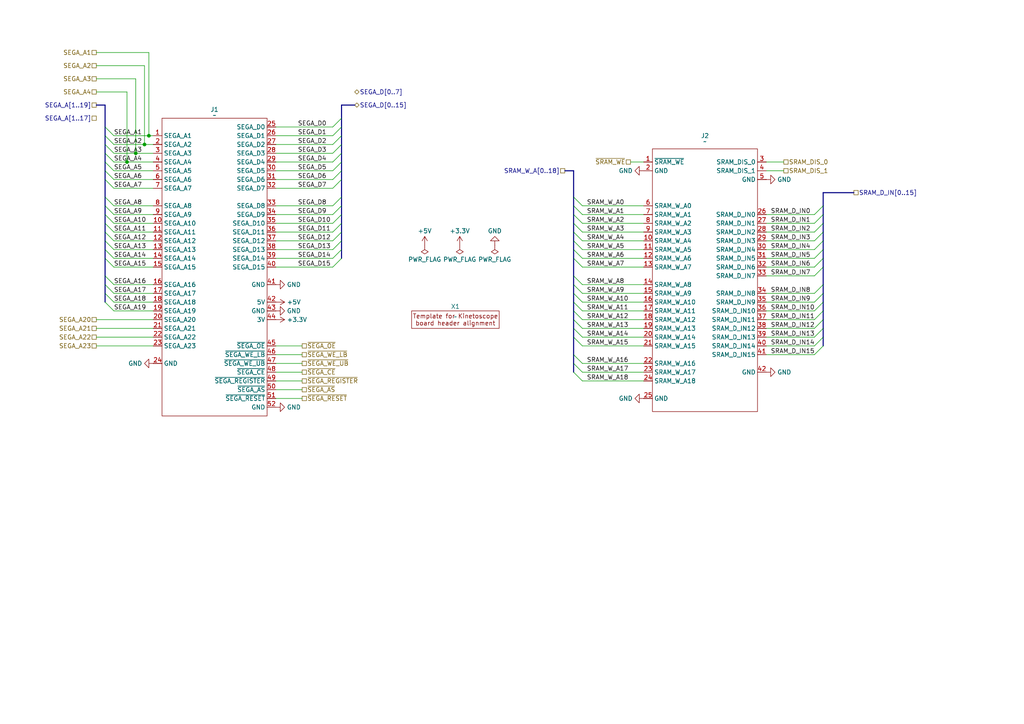
<source format=kicad_sch>
(kicad_sch (version 20250114) (generator "eeschema") (generator_version "9.0")
  (paper "A4")
  (title_block (title "Kinetoscope header connected to buses"))
  (lib_symbols
    (symbol "kinetoscope-cart-header:kinetoscope-cart-header-a"
      (property "Reference" "J" (at 0 1.27 0))
      (symbol "kinetoscope-cart-header-a_1_1"
        (rectangle (start -15.24 0) (end 15.24 -86.36))
        (pin passive line (at -17.78 -5.08 0) (length 2.54) (name "SEGA_A1") (number "1"))
        (pin passive line (at -17.78 -7.62 0) (length 2.54) (name "SEGA_A2") (number "2"))
        (pin passive line (at -17.78 -10.16 0) (length 2.54) (name "SEGA_A3") (number "3"))
        (pin passive line (at -17.78 -12.7 0) (length 2.54) (name "SEGA_A4") (number "4"))
        (pin passive line (at -17.78 -15.24 0) (length 2.54) (name "SEGA_A5") (number "5"))
        (pin passive line (at -17.78 -17.78 0) (length 2.54) (name "SEGA_A6") (number "6"))
        (pin passive line (at -17.78 -20.32 0) (length 2.54) (name "SEGA_A7") (number "7"))
        (pin passive line (at -17.78 -25.4 0) (length 2.54) (name "SEGA_A8") (number "8"))
        (pin passive line (at -17.78 -27.94 0) (length 2.54) (name "SEGA_A9") (number "9"))
        (pin passive line (at -17.78 -30.48 0) (length 2.54) (name "SEGA_A10") (number "10"))
        (pin passive line (at -17.78 -33.02 0) (length 2.54) (name "SEGA_A11") (number "11"))
        (pin passive line (at -17.78 -35.56 0) (length 2.54) (name "SEGA_A12") (number "12"))
        (pin passive line (at -17.78 -38.1 0) (length 2.54) (name "SEGA_A13") (number "13"))
        (pin passive line (at -17.78 -40.64 0) (length 2.54) (name "SEGA_A14") (number "14"))
        (pin passive line (at -17.78 -43.18 0) (length 2.54) (name "SEGA_A15") (number "15"))
        (pin passive line (at -17.78 -48.26 0) (length 2.54) (name "SEGA_A16") (number "16"))
        (pin passive line (at -17.78 -50.8 0) (length 2.54) (name "SEGA_A17") (number "17"))
        (pin passive line (at -17.78 -53.34 0) (length 2.54) (name "SEGA_A18") (number "18"))
        (pin passive line (at -17.78 -55.88 0) (length 2.54) (name "SEGA_A19") (number "19"))
        (pin passive line (at -17.78 -58.42 0) (length 2.54) (name "SEGA_A20") (number "20"))
        (pin passive line (at -17.78 -60.96 0) (length 2.54) (name "SEGA_A21") (number "21"))
        (pin passive line (at -17.78 -63.5 0) (length 2.54) (name "SEGA_A22") (number "22"))
        (pin passive line (at -17.78 -66.04 0) (length 2.54) (name "SEGA_A23") (number "23"))
        (pin passive line (at -17.78 -71.12 0) (length 2.54) (name "GND") (number "24"))
        (pin passive line (at 17.78 -2.54 180) (length 2.54) (name "SEGA_D0") (number "25"))
        (pin passive line (at 17.78 -5.08 180) (length 2.54) (name "SEGA_D1") (number "26"))
        (pin passive line (at 17.78 -7.62 180) (length 2.54) (name "SEGA_D2") (number "27"))
        (pin passive line (at 17.78 -10.16 180) (length 2.54) (name "SEGA_D3") (number "28"))
        (pin passive line (at 17.78 -12.7 180) (length 2.54) (name "SEGA_D4") (number "29"))
        (pin passive line (at 17.78 -15.24 180) (length 2.54) (name "SEGA_D5") (number "30"))
        (pin passive line (at 17.78 -17.78 180) (length 2.54) (name "SEGA_D6") (number "31"))
        (pin passive line (at 17.78 -20.32 180) (length 2.54) (name "SEGA_D7") (number "32"))
        (pin passive line (at 17.78 -25.4 180) (length 2.54) (name "SEGA_D8") (number "33"))
        (pin passive line (at 17.78 -27.94 180) (length 2.54) (name "SEGA_D9") (number "34"))
        (pin passive line (at 17.78 -30.48 180) (length 2.54) (name "SEGA_D10") (number "35"))
        (pin passive line (at 17.78 -33.02 180) (length 2.54) (name "SEGA_D11") (number "36"))
        (pin passive line (at 17.78 -35.56 180) (length 2.54) (name "SEGA_D12") (number "37"))
        (pin passive line (at 17.78 -38.1 180) (length 2.54) (name "SEGA_D13") (number "38"))
        (pin passive line (at 17.78 -40.64 180) (length 2.54) (name "SEGA_D14") (number "39"))
        (pin passive line (at 17.78 -43.18 180) (length 2.54) (name "SEGA_D15") (number "40"))
        (pin passive line (at 17.78 -48.26 180) (length 2.54) (name "GND") (number "41"))
        (pin passive line (at 17.78 -53.34 180) (length 2.54) (name "5V") (number "42"))
        (pin passive line (at 17.78 -55.88 180) (length 2.54) (name "GND") (number "43"))
        (pin passive line (at 17.78 -58.42 180) (length 2.54) (name "3V") (number "44"))
        (pin passive line (at 17.78 -66.04 180) (length 2.54) (name "~{SEGA_OE}") (number "45"))
        (pin passive line (at 17.78 -68.58 180) (length 2.54) (name "~{SEGA_WE_LB}") (number "46"))
        (pin passive line (at 17.78 -71.12 180) (length 2.54) (name "~{SEGA_WE_UB}") (number "47"))
        (pin passive line (at 17.78 -73.66 180) (length 2.54) (name "~{SEGA_CE}") (number "48"))
        (pin passive line (at 17.78 -76.2 180) (length 2.54) (name "~{SEGA_REGISTER}") (number "49"))
        (pin passive line (at 17.78 -78.74 180) (length 2.54) (name "~{SEGA_AS}") (number "50"))
        (pin passive line (at 17.78 -81.28 180) (length 2.54) (name "~{SEGA_RESET}") (number "51"))
        (pin passive line (at 17.78 -83.82 180) (length 2.54) (name "GND") (number "52"))
      )
    )
    (symbol "kinetoscope-cart-header:kinetoscope-cart-header-b"
      (property "Reference" "J" (at 0 1.27 0))
      (symbol "kinetoscope-cart-header-b_1_1"
        (rectangle (start -15.24 -1.27) (end 15.24 -77.47))
        (pin passive line (at -17.78 -5.08 0) (length 2.54) (name "~{SRAM_WE}") (number "1"))
        (pin passive line (at -17.78 -7.62 0) (length 2.54) (name "GND") (number "2"))
        (pin passive line (at -17.78 -17.78 0) (length 2.54) (name "SRAM_W_A0") (number "6"))
        (pin passive line (at -17.78 -20.32 0) (length 2.54) (name "SRAM_W_A1") (number "7"))
        (pin passive line (at -17.78 -22.86 0) (length 2.54) (name "SRAM_W_A2") (number "8"))
        (pin passive line (at -17.78 -25.4 0) (length 2.54) (name "SRAM_W_A3") (number "9"))
        (pin passive line (at -17.78 -27.94 0) (length 2.54) (name "SRAM_W_A4") (number "10"))
        (pin passive line (at -17.78 -30.48 0) (length 2.54) (name "SRAM_W_A5") (number "11"))
        (pin passive line (at -17.78 -33.02 0) (length 2.54) (name "SRAM_W_A6") (number "12"))
        (pin passive line (at -17.78 -35.56 0) (length 2.54) (name "SRAM_W_A7") (number "13"))
        (pin passive line (at -17.78 -40.64 0) (length 2.54) (name "SRAM_W_A8") (number "14"))
        (pin passive line (at -17.78 -43.18 0) (length 2.54) (name "SRAM_W_A9") (number "15"))
        (pin passive line (at -17.78 -45.72 0) (length 2.54) (name "SRAM_W_A10") (number "16"))
        (pin passive line (at -17.78 -48.26 0) (length 2.54) (name "SRAM_W_A11") (number "17"))
        (pin passive line (at -17.78 -50.8 0) (length 2.54) (name "SRAM_W_A12") (number "18"))
        (pin passive line (at -17.78 -53.34 0) (length 2.54) (name "SRAM_W_A13") (number "19"))
        (pin passive line (at -17.78 -55.88 0) (length 2.54) (name "SRAM_W_A14") (number "20"))
        (pin passive line (at -17.78 -58.42 0) (length 2.54) (name "SRAM_W_A15") (number "21"))
        (pin passive line (at -17.78 -63.5 0) (length 2.54) (name "SRAM_W_A16") (number "22"))
        (pin passive line (at -17.78 -66.04 0) (length 2.54) (name "SRAM_W_A17") (number "23"))
        (pin passive line (at -17.78 -68.58 0) (length 2.54) (name "SRAM_W_A18") (number "24"))
        (pin passive line (at -17.78 -73.66 0) (length 2.54) (name "GND") (number "25"))
        (pin passive line (at 17.78 -5.08 180) (length 2.54) (name "SRAM_DIS_0") (number "3"))
        (pin passive line (at 17.78 -7.62 180) (length 2.54) (name "SRAM_DIS_1") (number "4"))
        (pin passive line (at 17.78 -10.16 180) (length 2.54) (name "GND") (number "5"))
        (pin bidirectional line (at 17.78 -20.32 180) (length 2.54) (name "SRAM_D_IN0") (number "26"))
        (pin bidirectional line (at 17.78 -22.86 180) (length 2.54) (name "SRAM_D_IN1") (number "27"))
        (pin bidirectional line (at 17.78 -25.4 180) (length 2.54) (name "SRAM_D_IN2") (number "28"))
        (pin bidirectional line (at 17.78 -27.94 180) (length 2.54) (name "SRAM_D_IN3") (number "29"))
        (pin bidirectional line (at 17.78 -30.48 180) (length 2.54) (name "SRAM_D_IN4") (number "30"))
        (pin bidirectional line (at 17.78 -33.02 180) (length 2.54) (name "SRAM_D_IN5") (number "31"))
        (pin bidirectional line (at 17.78 -35.56 180) (length 2.54) (name "SRAM_D_IN6") (number "32"))
        (pin bidirectional line (at 17.78 -38.1 180) (length 2.54) (name "SRAM_D_IN7") (number "33"))
        (pin bidirectional line (at 17.78 -43.18 180) (length 2.54) (name "SRAM_D_IN8") (number "34"))
        (pin bidirectional line (at 17.78 -45.72 180) (length 2.54) (name "SRAM_D_IN9") (number "35"))
        (pin bidirectional line (at 17.78 -48.26 180) (length 2.54) (name "SRAM_D_IN10") (number "36"))
        (pin bidirectional line (at 17.78 -50.8 180) (length 2.54) (name "SRAM_D_IN11") (number "37"))
        (pin bidirectional line (at 17.78 -53.34 180) (length 2.54) (name "SRAM_D_IN12") (number "38"))
        (pin bidirectional line (at 17.78 -55.88 180) (length 2.54) (name "SRAM_D_IN13") (number "39"))
        (pin bidirectional line (at 17.78 -58.42 180) (length 2.54) (name "SRAM_D_IN14") (number "40"))
        (pin bidirectional line (at 17.78 -60.96 180) (length 2.54) (name "SRAM_D_IN15") (number "41"))
        (pin passive line (at 17.78 -66.04 180) (length 2.54) (name "GND") (number "42"))
      )
    )
    (symbol "kinetoscope-cart-header:kinetoscope-cart-template" (in_bom no)
      (property "Reference" "X" (at 0 -5.08 0))
      (symbol "kinetoscope-cart-template_0_1"
        (rectangle (start 12.7 -3.81) (end -12.7 1.27))
      )
      (symbol "kinetoscope-cart-template_1_1"
        (text "Template for Kinetoscope\nboard header alignment" (at 0 -1.27 0) (effects (font (size 1.27 1.27))))
      )
    )
    (symbol "power:+3.3V" (power) (pin_numbers (hide yes)) (pin_names (offset 0) (hide yes))
      (property "Value" "+3.3V" (at 0 3.556 0))
      (symbol "+3.3V_0_1"
        (polyline (pts (xy -0.762 1.27) (xy 0 2.54)))
        (polyline (pts (xy 0 2.54) (xy 0.762 1.27)))
        (polyline (pts (xy 0 0) (xy 0 2.54)))
      )
      (symbol "+3.3V_1_1"
        (pin power_in line (at 0 0 90) (length 0) (name "~") (number "1"))
      )
    )
    (symbol "power:+5V" (power) (pin_numbers (hide yes)) (pin_names (offset 0) (hide yes))
      (property "Value" "+5V" (at 0 3.556 0))
      (symbol "+5V_0_1"
        (polyline (pts (xy -0.762 1.27) (xy 0 2.54)))
        (polyline (pts (xy 0 2.54) (xy 0.762 1.27)))
        (polyline (pts (xy 0 0) (xy 0 2.54)))
      )
      (symbol "+5V_1_1"
        (pin power_in line (at 0 0 90) (length 0) (name "~") (number "1"))
      )
    )
    (symbol "power:GND" (power) (pin_numbers (hide yes)) (pin_names (offset 0) (hide yes))
      (property "Value" "GND" (at 0 -3.81 0))
      (symbol "GND_0_1"
        (polyline (pts (xy 0 0) (xy 0 -1.27) (xy 1.27 -1.27) (xy 0 -2.54) (xy -1.27 -1.27) (xy 0 -1.27)))
      )
      (symbol "GND_1_1"
        (pin power_in line (at 0 0 270) (length 0) (name "~") (number "1"))
      )
    )
    (symbol "power:PWR_FLAG" (power) (pin_numbers (hide yes)) (pin_names (offset 0) (hide yes))
      (property "Value" "PWR_FLAG" (at 0 3.81 0))
      (symbol "PWR_FLAG_0_0"
        (pin power_out line (at 0 0 90) (length 0) (name "~") (number "1"))
      )
      (symbol "PWR_FLAG_0_1"
        (polyline (pts (xy 0 0) (xy 0 1.27) (xy -1.016 1.905) (xy 0 2.54) (xy 1.016 1.905) (xy 0 1.27)))
      )
    )
  )
  (junction (at 43.18 39.37))
  (junction (at 41.91 41.91))
  (junction (at 39.37 44.45))
  (junction (at 36.83 46.99))
  (bus_entry (at 30.48 74.93) (size 2.54 2.54))
  (bus_entry (at 99.06 34.29) (size -2.54 2.54))
  (bus_entry (at 99.06 46.99) (size -2.54 2.54))
  (bus_entry (at 238.76 95.25) (size -2.54 2.54))
  (bus_entry (at 99.06 41.91) (size -2.54 2.54))
  (bus_entry (at 30.48 46.99) (size 2.54 2.54))
  (bus_entry (at 166.37 97.79) (size 2.54 2.54))
  (bus_entry (at 99.06 59.69) (size -2.54 2.54))
  (bus_entry (at 30.48 62.23) (size 2.54 2.54))
  (bus_entry (at 99.06 64.77) (size -2.54 2.54))
  (bus_entry (at 99.06 44.45) (size -2.54 2.54))
  (bus_entry (at 30.48 52.07) (size 2.54 2.54))
  (bus_entry (at 99.06 36.83) (size -2.54 2.54))
  (bus_entry (at 30.48 44.45) (size 2.54 2.54))
  (bus_entry (at 166.37 105.41) (size 2.54 2.54))
  (bus_entry (at 238.76 97.79) (size -2.54 2.54))
  (bus_entry (at 166.37 59.69) (size 2.54 2.54))
  (bus_entry (at 238.76 90.17) (size -2.54 2.54))
  (bus_entry (at 30.48 87.63) (size 2.54 2.54))
  (bus_entry (at 30.48 36.83) (size 2.54 2.54))
  (bus_entry (at 99.06 72.39) (size -2.54 2.54))
  (bus_entry (at 99.06 67.31) (size -2.54 2.54))
  (bus_entry (at 99.06 74.93) (size -2.54 2.54))
  (bus_entry (at 238.76 59.69) (size -2.54 2.54))
  (bus_entry (at 166.37 57.15) (size 2.54 2.54))
  (bus_entry (at 99.06 57.15) (size -2.54 2.54))
  (bus_entry (at 99.06 62.23) (size -2.54 2.54))
  (bus_entry (at 30.48 72.39) (size 2.54 2.54))
  (bus_entry (at 238.76 67.31) (size -2.54 2.54))
  (bus_entry (at 238.76 85.09) (size -2.54 2.54))
  (bus_entry (at 238.76 87.63) (size -2.54 2.54))
  (bus_entry (at 166.37 64.77) (size 2.54 2.54))
  (bus_entry (at 238.76 77.47) (size -2.54 2.54))
  (bus_entry (at 166.37 69.85) (size 2.54 2.54))
  (bus_entry (at 166.37 80.01) (size 2.54 2.54))
  (bus_entry (at 30.48 39.37) (size 2.54 2.54))
  (bus_entry (at 166.37 107.95) (size 2.54 2.54))
  (bus_entry (at 238.76 72.39) (size -2.54 2.54))
  (bus_entry (at 30.48 49.53) (size 2.54 2.54))
  (bus_entry (at 238.76 82.55) (size -2.54 2.54))
  (bus_entry (at 30.48 85.09) (size 2.54 2.54))
  (bus_entry (at 30.48 69.85) (size 2.54 2.54))
  (bus_entry (at 166.37 85.09) (size 2.54 2.54))
  (bus_entry (at 30.48 80.01) (size 2.54 2.54))
  (bus_entry (at 238.76 74.93) (size -2.54 2.54))
  (bus_entry (at 166.37 72.39) (size 2.54 2.54))
  (bus_entry (at 238.76 100.33) (size -2.54 2.54))
  (bus_entry (at 99.06 39.37) (size -2.54 2.54))
  (bus_entry (at 166.37 102.87) (size 2.54 2.54))
  (bus_entry (at 166.37 62.23) (size 2.54 2.54))
  (bus_entry (at 30.48 82.55) (size 2.54 2.54))
  (bus_entry (at 166.37 67.31) (size 2.54 2.54))
  (bus_entry (at 30.48 64.77) (size 2.54 2.54))
  (bus_entry (at 238.76 69.85) (size -2.54 2.54))
  (bus_entry (at 166.37 92.71) (size 2.54 2.54))
  (bus_entry (at 166.37 74.93) (size 2.54 2.54))
  (bus_entry (at 238.76 64.77) (size -2.54 2.54))
  (bus_entry (at 30.48 41.91) (size 2.54 2.54))
  (bus_entry (at 30.48 59.69) (size 2.54 2.54))
  (bus_entry (at 30.48 67.31) (size 2.54 2.54))
  (bus_entry (at 99.06 69.85) (size -2.54 2.54))
  (bus_entry (at 238.76 92.71) (size -2.54 2.54))
  (bus_entry (at 166.37 90.17) (size 2.54 2.54))
  (bus_entry (at 30.48 57.15) (size 2.54 2.54))
  (bus_entry (at 166.37 95.25) (size 2.54 2.54))
  (bus_entry (at 166.37 87.63) (size 2.54 2.54))
  (bus_entry (at 99.06 52.07) (size -2.54 2.54))
  (bus_entry (at 238.76 62.23) (size -2.54 2.54))
  (bus_entry (at 99.06 49.53) (size -2.54 2.54))
  (bus_entry (at 166.37 82.55) (size 2.54 2.54))
  (wire (pts (xy 33.02 87.63) (xy 44.45 87.63)))
  (bus (pts (xy 99.06 64.77) (xy 99.06 67.31)))
  (wire (pts (xy 222.25 95.25) (xy 236.22 95.25)))
  (bus (pts (xy 99.06 59.69) (xy 99.06 62.23)))
  (bus (pts (xy 30.48 59.69) (xy 30.48 62.23)))
  (bus (pts (xy 30.48 52.07) (xy 30.48 57.15)))
  (wire (pts (xy 168.91 59.69) (xy 186.69 59.69)))
  (wire (pts (xy 33.02 49.53) (xy 44.45 49.53)))
  (wire (pts (xy 33.02 52.07) (xy 44.45 52.07)))
  (bus (pts (xy 99.06 52.07) (xy 99.06 57.15)))
  (bus (pts (xy 238.76 59.69) (xy 238.76 55.88)))
  (bus (pts (xy 30.48 85.09) (xy 30.48 87.63)))
  (wire (pts (xy 33.02 41.91) (xy 41.91 41.91)))
  (bus (pts (xy 166.37 80.01) (xy 166.37 82.55)))
  (wire (pts (xy 80.01 39.37) (xy 96.52 39.37)))
  (wire (pts (xy 222.25 49.53) (xy 227.33 49.53)))
  (wire (pts (xy 80.01 62.23) (xy 96.52 62.23)))
  (wire (pts (xy 33.02 67.31) (xy 44.45 67.31)))
  (bus (pts (xy 166.37 87.63) (xy 166.37 90.17)))
  (bus (pts (xy 166.37 82.55) (xy 166.37 85.09)))
  (wire (pts (xy 168.91 100.33) (xy 186.69 100.33)))
  (wire (pts (xy 168.91 67.31) (xy 186.69 67.31)))
  (wire (pts (xy 43.18 15.24) (xy 43.18 39.37)))
  (bus (pts (xy 30.48 67.31) (xy 30.48 69.85)))
  (wire (pts (xy 80.01 41.91) (xy 96.52 41.91)))
  (bus (pts (xy 30.48 39.37) (xy 30.48 41.91)))
  (wire (pts (xy 41.91 41.91) (xy 44.45 41.91)))
  (bus (pts (xy 238.76 77.47) (xy 238.76 74.93)))
  (wire (pts (xy 36.83 46.99) (xy 44.45 46.99)))
  (bus (pts (xy 166.37 105.41) (xy 166.37 107.95)))
  (wire (pts (xy 80.01 69.85) (xy 96.52 69.85)))
  (wire (pts (xy 80.01 74.93) (xy 96.52 74.93)))
  (wire (pts (xy 222.25 67.31) (xy 236.22 67.31)))
  (bus (pts (xy 166.37 85.09) (xy 166.37 87.63)))
  (wire (pts (xy 33.02 77.47) (xy 44.45 77.47)))
  (wire (pts (xy 168.91 77.47) (xy 186.69 77.47)))
  (wire (pts (xy 80.01 107.95) (xy 87.63 107.95)))
  (wire (pts (xy 43.18 39.37) (xy 44.45 39.37)))
  (wire (pts (xy 222.25 72.39) (xy 236.22 72.39)))
  (wire (pts (xy 80.01 110.49) (xy 87.63 110.49)))
  (bus (pts (xy 102.87 30.48) (xy 99.06 30.48)))
  (bus (pts (xy 99.06 67.31) (xy 99.06 69.85)))
  (wire (pts (xy 27.94 22.86) (xy 39.37 22.86)))
  (bus (pts (xy 30.48 72.39) (xy 30.48 74.93)))
  (wire (pts (xy 168.91 92.71) (xy 186.69 92.71)))
  (bus (pts (xy 238.76 100.33) (xy 238.76 97.79)))
  (wire (pts (xy 222.25 87.63) (xy 236.22 87.63)))
  (bus (pts (xy 99.06 46.99) (xy 99.06 49.53)))
  (bus (pts (xy 30.48 74.93) (xy 30.48 80.01)))
  (bus (pts (xy 99.06 41.91) (xy 99.06 44.45)))
  (bus (pts (xy 238.76 92.71) (xy 238.76 90.17)))
  (wire (pts (xy 168.91 105.41) (xy 186.69 105.41)))
  (wire (pts (xy 27.94 95.25) (xy 44.45 95.25)))
  (wire (pts (xy 36.83 26.67) (xy 36.83 46.99)))
  (bus (pts (xy 99.06 36.83) (xy 99.06 39.37)))
  (bus (pts (xy 30.48 44.45) (xy 30.48 46.99)))
  (wire (pts (xy 27.94 97.79) (xy 44.45 97.79)))
  (bus (pts (xy 30.48 41.91) (xy 30.48 44.45)))
  (wire (pts (xy 168.91 82.55) (xy 186.69 82.55)))
  (wire (pts (xy 168.91 107.95) (xy 186.69 107.95)))
  (bus (pts (xy 238.76 90.17) (xy 238.76 87.63)))
  (wire (pts (xy 80.01 36.83) (xy 96.52 36.83)))
  (wire (pts (xy 168.91 62.23) (xy 186.69 62.23)))
  (wire (pts (xy 80.01 115.57) (xy 87.63 115.57)))
  (bus (pts (xy 166.37 97.79) (xy 166.37 102.87)))
  (wire (pts (xy 27.94 92.71) (xy 44.45 92.71)))
  (bus (pts (xy 238.76 67.31) (xy 238.76 64.77)))
  (bus (pts (xy 238.76 82.55) (xy 238.76 77.47)))
  (wire (pts (xy 80.01 100.33) (xy 87.63 100.33)))
  (wire (pts (xy 222.25 64.77) (xy 236.22 64.77)))
  (bus (pts (xy 166.37 72.39) (xy 166.37 74.93)))
  (wire (pts (xy 80.01 67.31) (xy 96.52 67.31)))
  (wire (pts (xy 33.02 64.77) (xy 44.45 64.77)))
  (bus (pts (xy 238.76 95.25) (xy 238.76 92.71)))
  (bus (pts (xy 30.48 80.01) (xy 30.48 82.55)))
  (wire (pts (xy 80.01 54.61) (xy 96.52 54.61)))
  (bus (pts (xy 166.37 74.93) (xy 166.37 80.01)))
  (bus (pts (xy 238.76 87.63) (xy 238.76 85.09)))
  (wire (pts (xy 80.01 102.87) (xy 87.63 102.87)))
  (bus (pts (xy 238.76 69.85) (xy 238.76 67.31)))
  (bus (pts (xy 27.94 30.48) (xy 30.48 30.48)))
  (bus (pts (xy 99.06 44.45) (xy 99.06 46.99)))
  (bus (pts (xy 166.37 95.25) (xy 166.37 97.79)))
  (wire (pts (xy 33.02 72.39) (xy 44.45 72.39)))
  (bus (pts (xy 166.37 62.23) (xy 166.37 64.77)))
  (wire (pts (xy 222.25 69.85) (xy 236.22 69.85)))
  (bus (pts (xy 30.48 64.77) (xy 30.48 67.31)))
  (bus (pts (xy 30.48 36.83) (xy 30.48 39.37)))
  (wire (pts (xy 33.02 59.69) (xy 44.45 59.69)))
  (wire (pts (xy 33.02 74.93) (xy 44.45 74.93)))
  (bus (pts (xy 163.83 49.53) (xy 166.37 49.53)))
  (wire (pts (xy 168.91 85.09) (xy 186.69 85.09)))
  (wire (pts (xy 80.01 77.47) (xy 96.52 77.47)))
  (wire (pts (xy 168.91 72.39) (xy 186.69 72.39)))
  (wire (pts (xy 168.91 95.25) (xy 186.69 95.25)))
  (wire (pts (xy 168.91 97.79) (xy 186.69 97.79)))
  (wire (pts (xy 27.94 26.67) (xy 36.83 26.67)))
  (wire (pts (xy 33.02 46.99) (xy 36.83 46.99)))
  (wire (pts (xy 33.02 90.17) (xy 44.45 90.17)))
  (wire (pts (xy 168.91 87.63) (xy 186.69 87.63)))
  (wire (pts (xy 80.01 113.03) (xy 87.63 113.03)))
  (bus (pts (xy 166.37 69.85) (xy 166.37 72.39)))
  (wire (pts (xy 168.91 74.93) (xy 186.69 74.93)))
  (bus (pts (xy 30.48 30.48) (xy 30.48 36.83)))
  (wire (pts (xy 80.01 44.45) (xy 96.52 44.45)))
  (bus (pts (xy 166.37 67.31) (xy 166.37 69.85)))
  (bus (pts (xy 30.48 49.53) (xy 30.48 52.07)))
  (bus (pts (xy 238.76 55.88) (xy 247.65 55.88)))
  (wire (pts (xy 80.01 64.77) (xy 96.52 64.77)))
  (bus (pts (xy 238.76 97.79) (xy 238.76 95.25)))
  (wire (pts (xy 27.94 100.33) (xy 44.45 100.33)))
  (bus (pts (xy 166.37 90.17) (xy 166.37 92.71)))
  (bus (pts (xy 166.37 102.87) (xy 166.37 105.41)))
  (wire (pts (xy 33.02 54.61) (xy 44.45 54.61)))
  (wire (pts (xy 222.25 90.17) (xy 236.22 90.17)))
  (wire (pts (xy 41.91 19.05) (xy 41.91 41.91)))
  (bus (pts (xy 238.76 62.23) (xy 238.76 59.69)))
  (bus (pts (xy 30.48 57.15) (xy 30.48 59.69)))
  (wire (pts (xy 182.88 46.99) (xy 186.69 46.99)))
  (bus (pts (xy 99.06 49.53) (xy 99.06 52.07)))
  (wire (pts (xy 39.37 22.86) (xy 39.37 44.45)))
  (wire (pts (xy 80.01 46.99) (xy 96.52 46.99)))
  (wire (pts (xy 222.25 74.93) (xy 236.22 74.93)))
  (wire (pts (xy 222.25 77.47) (xy 236.22 77.47)))
  (wire (pts (xy 33.02 85.09) (xy 44.45 85.09)))
  (wire (pts (xy 33.02 44.45) (xy 39.37 44.45)))
  (bus (pts (xy 99.06 57.15) (xy 99.06 59.69)))
  (wire (pts (xy 222.25 102.87) (xy 236.22 102.87)))
  (wire (pts (xy 222.25 80.01) (xy 236.22 80.01)))
  (bus (pts (xy 99.06 72.39) (xy 99.06 74.93)))
  (bus (pts (xy 238.76 64.77) (xy 238.76 62.23)))
  (bus (pts (xy 99.06 62.23) (xy 99.06 64.77)))
  (bus (pts (xy 30.48 46.99) (xy 30.48 49.53)))
  (bus (pts (xy 99.06 69.85) (xy 99.06 72.39)))
  (bus (pts (xy 30.48 69.85) (xy 30.48 72.39)))
  (wire (pts (xy 168.91 69.85) (xy 186.69 69.85)))
  (bus (pts (xy 166.37 64.77) (xy 166.37 67.31)))
  (wire (pts (xy 80.01 105.41) (xy 87.63 105.41)))
  (wire (pts (xy 80.01 72.39) (xy 96.52 72.39)))
  (bus (pts (xy 30.48 82.55) (xy 30.48 85.09)))
  (bus (pts (xy 99.06 34.29) (xy 99.06 36.83)))
  (wire (pts (xy 222.25 62.23) (xy 236.22 62.23)))
  (wire (pts (xy 168.91 110.49) (xy 186.69 110.49)))
  (wire (pts (xy 222.25 85.09) (xy 236.22 85.09)))
  (wire (pts (xy 27.94 15.24) (xy 43.18 15.24)))
  (wire (pts (xy 80.01 59.69) (xy 96.52 59.69)))
  (bus (pts (xy 238.76 72.39) (xy 238.76 69.85)))
  (bus (pts (xy 30.48 62.23) (xy 30.48 64.77)))
  (wire (pts (xy 33.02 62.23) (xy 44.45 62.23)))
  (wire (pts (xy 33.02 69.85) (xy 44.45 69.85)))
  (wire (pts (xy 33.02 82.55) (xy 44.45 82.55)))
  (wire (pts (xy 80.01 52.07) (xy 96.52 52.07)))
  (wire (pts (xy 80.01 49.53) (xy 96.52 49.53)))
  (wire (pts (xy 222.25 92.71) (xy 236.22 92.71)))
  (bus (pts (xy 166.37 59.69) (xy 166.37 62.23)))
  (wire (pts (xy 222.25 100.33) (xy 236.22 100.33)))
  (wire (pts (xy 168.91 64.77) (xy 186.69 64.77)))
  (wire (pts (xy 39.37 44.45) (xy 44.45 44.45)))
  (bus (pts (xy 238.76 85.09) (xy 238.76 82.55)))
  (wire (pts (xy 33.02 39.37) (xy 43.18 39.37)))
  (bus (pts (xy 166.37 49.53) (xy 166.37 57.15)))
  (wire (pts (xy 27.94 19.05) (xy 41.91 19.05)))
  (bus (pts (xy 99.06 39.37) (xy 99.06 41.91)))
  (wire (pts (xy 222.25 97.79) (xy 236.22 97.79)))
  (wire (pts (xy 222.25 46.99) (xy 227.33 46.99)))
  (wire (pts (xy 168.91 90.17) (xy 186.69 90.17)))
  (bus (pts (xy 238.76 74.93) (xy 238.76 72.39)))
  (bus (pts (xy 166.37 92.71) (xy 166.37 95.25)))
  (bus (pts (xy 99.06 30.48) (xy 99.06 34.29)))
  (bus (pts (xy 166.37 57.15) (xy 166.37 59.69)))
  (label "SEGA_D12" (at 86.36 69.85 0))
  (label "SRAM_W_A3" (at 170.18 67.31 0))
  (label "SEGA_A13" (at 33.02 72.39 0))
  (label "SRAM_D_IN12" (at 223.52 95.25 0))
  (label "SEGA_A12" (at 33.02 69.85 0))
  (label "SRAM_D_IN0" (at 223.52 62.23 0))
  (label "SEGA_D13" (at 86.36 72.39 0))
  (label "SEGA_A2" (at 33.02 41.91 0))
  (label "SEGA_A14" (at 33.02 74.93 0))
  (label "SRAM_W_A17" (at 170.18 107.95 0))
  (label "SEGA_A6" (at 33.02 52.07 0))
  (label "SRAM_D_IN13" (at 223.52 97.79 0))
  (label "SRAM_W_A9" (at 170.18 85.09 0))
  (label "SEGA_A7" (at 33.02 54.61 0))
  (label "SRAM_W_A14" (at 170.18 97.79 0))
  (label "SEGA_D9" (at 86.36 62.23 0))
  (label "SRAM_W_A18" (at 170.18 110.49 0))
  (label "SRAM_W_A12" (at 170.18 92.71 0))
  (label "SRAM_W_A8" (at 170.18 82.55 0))
  (label "SRAM_D_IN7" (at 223.52 80.01 0))
  (label "SRAM_W_A10" (at 170.18 87.63 0))
  (label "SRAM_W_A11" (at 170.18 90.17 0))
  (label "SEGA_A5" (at 33.02 49.53 0))
  (label "SEGA_D15" (at 86.36 77.47 0))
  (label "SRAM_D_IN2" (at 223.52 67.31 0))
  (label "SRAM_D_IN3" (at 223.52 69.85 0))
  (label "SRAM_D_IN8" (at 223.52 85.09 0))
  (label "SEGA_A9" (at 33.02 62.23 0))
  (label "SEGA_A19" (at 33.02 90.17 0))
  (label "SRAM_D_IN14" (at 223.52 100.33 0))
  (label "SRAM_D_IN9" (at 223.52 87.63 0))
  (label "SEGA_A17" (at 33.02 85.09 0))
  (label "SRAM_D_IN1" (at 223.52 64.77 0))
  (label "SEGA_D0" (at 86.36 36.83 0))
  (label "SRAM_W_A5" (at 170.18 72.39 0))
  (label "SRAM_W_A7" (at 170.18 77.47 0))
  (label "SEGA_D6" (at 86.36 52.07 0))
  (label "SEGA_A1" (at 33.02 39.37 0))
  (label "SRAM_D_IN15" (at 223.52 102.87 0))
  (label "SEGA_A4" (at 33.02 46.99 0))
  (label "SEGA_A10" (at 33.02 64.77 0))
  (label "SEGA_D2" (at 86.36 41.91 0))
  (label "SEGA_D10" (at 86.36 64.77 0))
  (label "SRAM_D_IN11" (at 223.52 92.71 0))
  (label "SEGA_A3" (at 33.02 44.45 0))
  (label "SEGA_D8" (at 86.36 59.69 0))
  (label "SRAM_W_A2" (at 170.18 64.77 0))
  (label "SRAM_D_IN10" (at 223.52 90.17 0))
  (label "SEGA_A15" (at 33.02 77.47 0))
  (label "SEGA_D1" (at 86.36 39.37 0))
  (label "SRAM_D_IN6" (at 223.52 77.47 0))
  (label "SRAM_D_IN5" (at 223.52 74.93 0))
  (label "SRAM_W_A4" (at 170.18 69.85 0))
  (label "SEGA_D11" (at 86.36 67.31 0))
  (label "SEGA_D3" (at 86.36 44.45 0))
  (label "SEGA_D4" (at 86.36 46.99 0))
  (label "SEGA_A16" (at 33.02 82.55 0))
  (label "SRAM_W_A15" (at 170.18 100.33 0))
  (label "SEGA_D5" (at 86.36 49.53 0))
  (label "SEGA_A18" (at 33.02 87.63 0))
  (label "SRAM_W_A16" (at 170.18 105.41 0))
  (label "SRAM_W_A0" (at 170.18 59.69 0))
  (label "SEGA_D7" (at 86.36 54.61 0))
  (label "SRAM_W_A13" (at 170.18 95.25 0))
  (label "SRAM_W_A1" (at 170.18 62.23 0))
  (label "SEGA_A11" (at 33.02 67.31 0))
  (label "SRAM_W_A6" (at 170.18 74.93 0))
  (label "SEGA_D14" (at 86.36 74.93 0))
  (label "SEGA_A8" (at 33.02 59.69 0))
  (label "SRAM_D_IN4" (at 223.52 72.39 0))
  (hierarchical_label "~{SRAM_WE}" (shape passive) (at 182.88 46.99 180))
  (hierarchical_label "~{SEGA_WE_LB}" (shape passive) (at 87.63 102.87 0))
  (hierarchical_label "SEGA_A3" (shape passive) (at 27.94 22.86 180))
  (hierarchical_label "~{SEGA_REGISTER}" (shape passive) (at 87.63 110.49 0))
  (hierarchical_label "SRAM_D_IN[0..15]" (shape passive) (at 247.65 55.88 0))
  (hierarchical_label "SRAM_W_A[0..18]" (shape passive) (at 163.83 49.53 180))
  (hierarchical_label "SEGA_A[1..19]" (shape passive) (at 27.94 30.48 180))
  (hierarchical_label "SEGA_A20" (shape passive) (at 27.94 92.71 180))
  (hierarchical_label "~{SEGA_AS}" (shape passive) (at 87.63 113.03 0))
  (hierarchical_label "SRAM_DIS_1" (shape passive) (at 227.33 49.53 0))
  (hierarchical_label "SEGA_D[0..7]" (shape bidirectional) (at 102.87 26.67 0))
  (hierarchical_label "SRAM_DIS_0" (shape passive) (at 227.33 46.99 0))
  (hierarchical_label "SEGA_A[1..17]" (shape passive) (at 27.94 34.29 180))
  (hierarchical_label "~{SEGA_OE}" (shape passive) (at 87.63 100.33 0))
  (hierarchical_label "SEGA_A2" (shape passive) (at 27.94 19.05 180))
  (hierarchical_label "~{SEGA_CE}" (shape passive) (at 87.63 107.95 0))
  (hierarchical_label "~{SEGA_RESET}" (shape passive) (at 87.63 115.57 0))
  (hierarchical_label "SEGA_A21" (shape passive) (at 27.94 95.25 180))
  (hierarchical_label "SEGA_A23" (shape passive) (at 27.94 100.33 180))
  (hierarchical_label "SEGA_A4" (shape passive) (at 27.94 26.67 180))
  (hierarchical_label "SEGA_A22" (shape passive) (at 27.94 97.79 180))
  (hierarchical_label "SEGA_D[0..15]" (shape bidirectional) (at 102.87 30.48 0))
  (hierarchical_label "~{SEGA_WE_UB}" (shape passive) (at 87.63 105.41 0))
  (hierarchical_label "SEGA_A1" (shape passive) (at 27.94 15.24 180))
  (symbol (lib_id "power:GND") (at 80.01 82.55 90) (unit 1)
    (property "Reference" "#PWR02" (effects (hide yes)))
    (property "Value" "GND" (at 83.185 82.55 90) (effects (justify right)))
    (property "Description" "Power symbol creates a global label with name \"GND\" , ground" (effects (hide yes)))
    (instances (project "" (path "" (reference "#PWR02") (unit 1))) (project "microcontroller" (path "" (reference "#PWR0302") (unit 1))))
  )
  (symbol (lib_id "power:GND") (at 186.69 115.57 270) (unit 1)
    (property "Reference" "#PWR011" (effects (hide yes)))
    (property "Value" "GND" (at 183.5151 115.57 90) (effects (justify right)))
    (property "Description" "Power symbol creates a global label with name \"GND\" , ground" (effects (hide yes)))
    (instances (project "" (path "" (reference "#PWR011") (unit 1))) (project "microcontroller" (path "" (reference "#PWR0311") (unit 1))))
  )
  (symbol (lib_id "power:+3.3V") (at 133.35 71.12 0) (unit 1)
    (property "Reference" "#PWR08" (effects (hide yes)))
    (property "Value" "+3.3V" (at 133.35 66.9869 0))
    (property "Description" "Power symbol creates a global label with name \"+3.3V\"" (effects (hide yes)))
    (instances (project "" (path "" (reference "#PWR08") (unit 1))) (project "microcontroller" (path "" (reference "#PWR0308") (unit 1))))
  )
  (symbol (lib_id "kinetoscope-cart-header:kinetoscope-cart-header-b") (at 204.47 41.91 0) (unit 1)
    (property "Reference" "J2" (at 204.47 39.3785 0))
    (property "Value" "~" (at 204.47 41.0599 0))
    (property "Footprint" "Connector_PinHeader_2.54mm:PinHeader_2x21_P2.54mm_Vertical" (effects (hide yes)))
    (instances (project "sram-bank" (path "" (reference "J2") (unit 1))) (project "microcontroller" (path "" (reference "J302") (unit 1))))
  )
  (symbol (lib_id "power:PWR_FLAG") (at 133.35 71.12 180) (unit 1)
    (property "Reference" "#FLG02" (effects (hide yes)))
    (property "Value" "PWR_FLAG" (at 133.35 75.2531 0))
    (property "Description" "Special symbol for telling ERC where power comes from" (effects (hide yes)))
    (instances (project "" (path "" (reference "#FLG02") (unit 1))) (project "microcontroller" (path "" (reference "#FLG0302") (unit 1))))
  )
  (symbol (lib_id "power:GND") (at 44.45 105.41 270) (unit 1)
    (property "Reference" "#PWR01" (effects (hide yes)))
    (property "Value" "GND" (at 41.2751 105.41 90) (effects (justify right)))
    (property "Description" "Power symbol creates a global label with name \"GND\" , ground" (effects (hide yes)))
    (instances (project "" (path "" (reference "#PWR01") (unit 1))) (project "microcontroller" (path "" (reference "#PWR0301") (unit 1))))
  )
  (symbol (lib_id "power:GND") (at 222.25 52.07 90) (unit 1)
    (property "Reference" "#PWR012" (effects (hide yes)))
    (property "Value" "GND" (at 225.425 52.07 90) (effects (justify right)))
    (property "Description" "Power symbol creates a global label with name \"GND\" , ground" (effects (hide yes)))
    (instances (project "" (path "" (reference "#PWR012") (unit 1))) (project "microcontroller" (path "" (reference "#PWR0312") (unit 1))))
  )
  (symbol (lib_id "kinetoscope-cart-header:kinetoscope-cart-header-a") (at 62.23 34.29 0) (unit 1)
    (property "Reference" "J1" (at 62.23 31.7585 0))
    (property "Value" "~" (at 62.23 33.4399 0))
    (property "Footprint" "Connector_PinHeader_2.54mm:PinHeader_2x26_P2.54mm_Vertical" (effects (hide yes)))
    (instances (project "sram-bank" (path "" (reference "J1") (unit 1))) (project "microcontroller" (path "" (reference "J301") (unit 1))))
  )
  (symbol (lib_id "power:GND") (at 186.69 49.53 270) (unit 1)
    (property "Reference" "#PWR010" (effects (hide yes)))
    (property "Value" "GND" (at 183.5151 49.53 90) (effects (justify right)))
    (property "Description" "Power symbol creates a global label with name \"GND\" , ground" (effects (hide yes)))
    (instances (project "" (path "" (reference "#PWR010") (unit 1))) (project "microcontroller" (path "" (reference "#PWR0310") (unit 1))))
  )
  (symbol (lib_id "power:GND") (at 80.01 90.17 90) (unit 1)
    (property "Reference" "#PWR04" (effects (hide yes)))
    (property "Value" "GND" (at 83.185 90.17 90) (effects (justify right)))
    (property "Description" "Power symbol creates a global label with name \"GND\" , ground" (effects (hide yes)))
    (instances (project "" (path "" (reference "#PWR04") (unit 1))) (project "microcontroller" (path "" (reference "#PWR0304") (unit 1))))
  )
  (symbol (lib_id "power:+5V") (at 80.01 87.63 270) (unit 1)
    (property "Reference" "#PWR03" (effects (hide yes)))
    (property "Value" "+5V" (at 83.185 87.63 90) (effects (justify left)))
    (property "Description" "Power symbol creates a global label with name \"+5V\"" (effects (hide yes)))
    (instances (project "" (path "" (reference "#PWR03") (unit 1))) (project "microcontroller" (path "" (reference "#PWR0303") (unit 1))))
  )
  (symbol (lib_id "power:GND") (at 143.51 71.12 180) (unit 1)
    (property "Reference" "#PWR09" (effects (hide yes)))
    (property "Value" "GND" (at 143.51 66.9869 0))
    (property "Description" "Power symbol creates a global label with name \"GND\" , ground" (effects (hide yes)))
    (instances (project "" (path "" (reference "#PWR09") (unit 1))) (project "microcontroller" (path "" (reference "#PWR0309") (unit 1))))
  )
  (symbol (lib_id "power:GND") (at 80.01 118.11 90) (unit 1)
    (property "Reference" "#PWR06" (effects (hide yes)))
    (property "Value" "GND" (at 83.185 118.11 90) (effects (justify right)))
    (property "Description" "Power symbol creates a global label with name \"GND\" , ground" (effects (hide yes)))
    (instances (project "" (path "" (reference "#PWR06") (unit 1))) (project "microcontroller" (path "" (reference "#PWR0306") (unit 1))))
  )
  (symbol (lib_id "power:GND") (at 222.25 107.95 90) (unit 1)
    (property "Reference" "#PWR013" (effects (hide yes)))
    (property "Value" "GND" (at 225.425 107.95 90) (effects (justify right)))
    (property "Description" "Power symbol creates a global label with name \"GND\" , ground" (effects (hide yes)))
    (instances (project "" (path "" (reference "#PWR013") (unit 1))) (project "microcontroller" (path "" (reference "#PWR0313") (unit 1))))
  )
  (symbol (lib_id "kinetoscope-cart-header:kinetoscope-cart-template") (at 132.08 91.44 0) (unit 1) (in_bom no)
    (property "Reference" "X1" (at 132.08 88.9 0))
    (property "Value" "~" (at 132.08 91.8599 0))
    (property "Footprint" "kinetoscope-cart-header:kinetoscope-cart-board-template" (effects (hide yes)))
    (instances (project "sram-bank" (path "" (reference "X1") (unit 1))) (project "microcontroller" (path "" (reference "X301") (unit 1))))
  )
  (symbol (lib_id "power:PWR_FLAG") (at 123.19 71.12 180) (unit 1)
    (property "Reference" "#FLG01" (effects (hide yes)))
    (property "Value" "PWR_FLAG" (at 123.19 75.2531 0))
    (property "Description" "Special symbol for telling ERC where power comes from" (effects (hide yes)))
    (instances (project "" (path "" (reference "#FLG01") (unit 1))) (project "microcontroller" (path "" (reference "#FLG0301") (unit 1))))
  )
  (symbol (lib_id "power:+3.3V") (at 80.01 92.71 270) (unit 1)
    (property "Reference" "#PWR05" (effects (hide yes)))
    (property "Value" "+3.3V" (at 83.185 92.71 90) (effects (justify left)))
    (property "Description" "Power symbol creates a global label with name \"+3.3V\"" (effects (hide yes)))
    (instances (project "" (path "" (reference "#PWR05") (unit 1))) (project "microcontroller" (path "" (reference "#PWR0305") (unit 1))))
  )
  (symbol (lib_id "power:+5V") (at 123.19 71.12 0) (unit 1)
    (property "Reference" "#PWR07" (effects (hide yes)))
    (property "Value" "+5V" (at 123.19 66.9869 0))
    (property "Description" "Power symbol creates a global label with name \"+5V\"" (effects (hide yes)))
    (instances (project "" (path "" (reference "#PWR07") (unit 1))) (project "microcontroller" (path "" (reference "#PWR0307") (unit 1))))
  )
  (symbol (lib_id "power:PWR_FLAG") (at 143.51 71.12 180) (unit 1)
    (property "Reference" "#FLG03" (effects (hide yes)))
    (property "Value" "PWR_FLAG" (at 143.51 75.2531 0))
    (property "Description" "Special symbol for telling ERC where power comes from" (effects (hide yes)))
    (instances (project "" (path "" (reference "#FLG03") (unit 1))) (project "microcontroller" (path "" (reference "#FLG0303") (unit 1))))
  )
)
</source>
